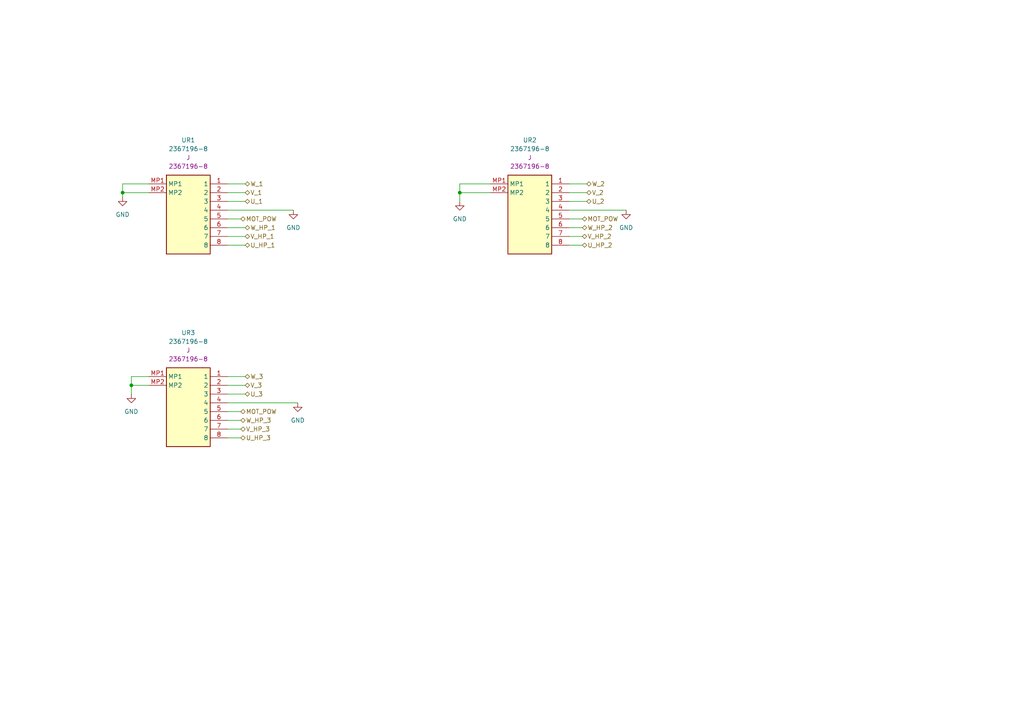
<source format=kicad_sch>
(kicad_sch (version 20211123) (generator eeschema)
  (paper "A4")
  (lib_symbols
    (symbol "2367196-8:2367196-8"
      (property "Value" "2367196-8" (at 0 0 0))
      (property "Reference_1" "J" (at 19.05 7.62 0))
      (property "Value_1" "2367196-8" (at 19.05 5.08 0))
      (symbol "2367196-8_1_1"
        (rectangle (start 5.08 2.54) (end 17.78 -20.32) (stroke (width 0.254)) (fill (type background)))
        (pin passive line (at 22.86 0 180) (length 5.08) (name "1") (number "1"))
        (pin passive line (at 22.86 -2.54 180) (length 5.08) (name "2") (number "2"))
        (pin passive line (at 22.86 -5.08 180) (length 5.08) (name "3") (number "3"))
        (pin passive line (at 22.86 -7.62 180) (length 5.08) (name "4") (number "4"))
        (pin passive line (at 22.86 -10.16 180) (length 5.08) (name "5") (number "5"))
        (pin passive line (at 22.86 -12.7 180) (length 5.08) (name "6") (number "6"))
        (pin passive line (at 22.86 -15.24 180) (length 5.08) (name "7") (number "7"))
        (pin passive line (at 22.86 -17.78 180) (length 5.08) (name "8") (number "8"))
        (pin passive line (at 0 0 0) (length 5.08) (name "MP1") (number "MP1"))
        (pin passive line (at 0 -2.54 0) (length 5.08) (name "MP2") (number "MP2"))
      )
    )
    (symbol "power:GND" (power) (pin_names (offset 0))
      (property "Value" "GND" (at 0 -3.81 0))
      (symbol "GND_0_1"
        (polyline (pts (xy 0 0) (xy 0 -1.27) (xy 1.27 -1.27) (xy 0 -2.54) (xy -1.27 -1.27) (xy 0 -1.27)))
      )
      (symbol "GND_1_1"
        (pin power_in line (at 0 0 270) (length 0) hide (name "GND") (number "1"))
      )
    )
  )
  (junction (at 133.35 55.88))
  (junction (at 35.56 55.88))
  (junction (at 38.1 111.76))
  (wire (pts (xy 165.1 58.42) (xy 170.18 58.42)))
  (wire (pts (xy 142.24 53.34) (xy 133.35 53.34)))
  (wire (pts (xy 165.1 71.12) (xy 168.91 71.12)))
  (wire (pts (xy 66.04 55.88) (xy 71.12 55.88)))
  (wire (pts (xy 66.04 58.42) (xy 71.12 58.42)))
  (wire (pts (xy 66.04 71.12) (xy 71.12 71.12)))
  (wire (pts (xy 66.04 53.34) (xy 71.12 53.34)))
  (wire (pts (xy 133.35 55.88) (xy 142.24 55.88)))
  (wire (pts (xy 66.04 119.38) (xy 69.85 119.38)))
  (wire (pts (xy 165.1 55.88) (xy 170.18 55.88)))
  (wire (pts (xy 66.04 66.04) (xy 71.12 66.04)))
  (wire (pts (xy 133.35 53.34) (xy 133.35 55.88)))
  (wire (pts (xy 133.35 55.88) (xy 133.35 58.42)))
  (wire (pts (xy 35.56 55.88) (xy 35.56 57.15)))
  (wire (pts (xy 38.1 111.76) (xy 38.1 114.3)))
  (wire (pts (xy 43.18 109.22) (xy 38.1 109.22)))
  (wire (pts (xy 165.1 66.04) (xy 168.91 66.04)))
  (wire (pts (xy 66.04 114.3) (xy 71.12 114.3)))
  (wire (pts (xy 38.1 109.22) (xy 38.1 111.76)))
  (wire (pts (xy 43.18 53.34) (xy 35.56 53.34)))
  (wire (pts (xy 165.1 68.58) (xy 168.91 68.58)))
  (wire (pts (xy 66.04 109.22) (xy 71.12 109.22)))
  (wire (pts (xy 38.1 111.76) (xy 43.18 111.76)))
  (wire (pts (xy 66.04 63.5) (xy 69.85 63.5)))
  (wire (pts (xy 66.04 111.76) (xy 71.12 111.76)))
  (wire (pts (xy 66.04 116.84) (xy 86.36 116.84)))
  (wire (pts (xy 66.04 121.92) (xy 69.85 121.92)))
  (wire (pts (xy 165.1 60.96) (xy 181.61 60.96)))
  (wire (pts (xy 66.04 127) (xy 69.85 127)))
  (wire (pts (xy 66.04 68.58) (xy 71.12 68.58)))
  (wire (pts (xy 66.04 60.96) (xy 85.09 60.96)))
  (wire (pts (xy 165.1 63.5) (xy 168.91 63.5)))
  (wire (pts (xy 165.1 53.34) (xy 170.18 53.34)))
  (wire (pts (xy 35.56 53.34) (xy 35.56 55.88)))
  (wire (pts (xy 43.18 55.88) (xy 35.56 55.88)))
  (wire (pts (xy 66.04 124.46) (xy 69.85 124.46)))
  (hierarchical_label "U_1" (shape bidirectional) (at 71.12 58.42 0))
  (hierarchical_label "V_2" (shape bidirectional) (at 170.18 55.88 0))
  (hierarchical_label "U_HP_3" (shape bidirectional) (at 69.85 127 0))
  (hierarchical_label "W_1" (shape bidirectional) (at 71.12 53.34 0))
  (hierarchical_label "V_HP_1" (shape bidirectional) (at 71.12 68.58 0))
  (hierarchical_label "MOT_POW" (shape bidirectional) (at 69.85 63.5 0))
  (hierarchical_label "W_2" (shape bidirectional) (at 170.18 53.34 0))
  (hierarchical_label "V_1" (shape bidirectional) (at 71.12 55.88 0))
  (hierarchical_label "U_3" (shape bidirectional) (at 71.12 114.3 0))
  (hierarchical_label "W_3" (shape bidirectional) (at 71.12 109.22 0))
  (hierarchical_label "W_HP_1" (shape bidirectional) (at 71.12 66.04 0))
  (hierarchical_label "MOT_POW" (shape bidirectional) (at 168.91 63.5 0))
  (hierarchical_label "V_HP_3" (shape bidirectional) (at 69.85 124.46 0))
  (hierarchical_label "MOT_POW" (shape bidirectional) (at 69.85 119.38 0))
  (hierarchical_label "U_HP_1" (shape bidirectional) (at 71.12 71.12 0))
  (hierarchical_label "U_HP_2" (shape bidirectional) (at 168.91 71.12 0))
  (hierarchical_label "V_3" (shape bidirectional) (at 71.12 111.76 0))
  (hierarchical_label "W_HP_2" (shape bidirectional) (at 168.91 66.04 0))
  (hierarchical_label "W_HP_3" (shape bidirectional) (at 69.85 121.92 0))
  (hierarchical_label "U_2" (shape bidirectional) (at 170.18 58.42 0))
  (hierarchical_label "V_HP_2" (shape bidirectional) (at 168.91 68.58 0))
  (symbol (lib_id "2367196-8:2367196-8") (at 43.18 53.34 0) (unit 1)
    (property "Reference" "UR1" (at 54.61 40.64 0))
    (property "Value" "2367196-8" (at 54.61 43.18 0))
    (property "Reference_1" "J" (at 54.61 45.72 0))
    (property "Value_1" "2367196-8" (at 54.61 48.26 0))
    (property "Footprint_1" "23671968" (effects hide))
    (property "Datasheet_1" "https://www.te.com/commerce/DocumentDelivery/DDEController?Action=showdoc&DocId=Customer+Drawing%7F2367196%7FA%7Fpdf%7FEnglish%7FENG_CD_2367196_A.pdf%7F2367196-8" (effects hide))
    (property "Height" "3.25" (effects hide))
    (property "Mouser Part Number" "571-2367196-8" (effects hide))
    (property "Mouser Price/Stock" "https://www.mouser.co.uk/ProductDetail/TE-Connectivity/2367196-8?qs=sPbYRqrBIVndDqCjm2TjhA%3D%3D" (effects hide))
    (property "Manufacturer_Name" "TE Connectivity" (effects hide))
    (property "Manufacturer_Part_Number" "2367196-8" (effects hide))
  )
  (symbol (lib_id "power:GND") (at 85.09 60.96 0) (unit 1)
    (property "Reference" "#PWR?" (effects hide))
    (property "Value" "GND" (at 85.09 66.04 0))
  )
  (symbol (lib_id "power:GND") (at 181.61 60.96 0) (unit 1)
    (property "Reference" "#PWR?" (effects hide))
    (property "Value" "GND" (at 181.61 66.04 0))
  )
  (symbol (lib_id "power:GND") (at 86.36 116.84 0) (unit 1)
    (property "Reference" "#PWR?" (effects hide))
    (property "Value" "GND" (at 86.36 121.92 0))
  )
  (symbol (lib_id "power:GND") (at 35.56 57.15 0) (unit 1)
    (property "Reference" "#PWR?" (effects hide))
    (property "Value" "GND" (at 35.56 62.23 0))
  )
  (symbol (lib_id "2367196-8:2367196-8") (at 43.18 109.22 0) (unit 1)
    (property "Reference" "UR3" (at 54.61 96.52 0))
    (property "Value" "2367196-8" (at 54.61 99.06 0))
    (property "Reference_1" "J" (at 54.61 101.6 0))
    (property "Value_1" "2367196-8" (at 54.61 104.14 0))
    (property "Footprint_1" "23671968" (effects hide))
    (property "Datasheet_1" "https://www.te.com/commerce/DocumentDelivery/DDEController?Action=showdoc&DocId=Customer+Drawing%7F2367196%7FA%7Fpdf%7FEnglish%7FENG_CD_2367196_A.pdf%7F2367196-8" (effects hide))
    (property "Height" "3.25" (effects hide))
    (property "Mouser Part Number" "571-2367196-8" (effects hide))
    (property "Mouser Price/Stock" "https://www.mouser.co.uk/ProductDetail/TE-Connectivity/2367196-8?qs=sPbYRqrBIVndDqCjm2TjhA%3D%3D" (effects hide))
    (property "Manufacturer_Name" "TE Connectivity" (effects hide))
    (property "Manufacturer_Part_Number" "2367196-8" (effects hide))
  )
  (symbol (lib_id "power:GND") (at 38.1 114.3 0) (unit 1)
    (property "Reference" "#PWR?" (effects hide))
    (property "Value" "GND" (at 38.1 119.38 0))
  )
  (symbol (lib_id "power:GND") (at 133.35 58.42 0) (unit 1)
    (property "Reference" "#PWR?" (effects hide))
    (property "Value" "GND" (at 133.35 63.5 0))
  )
  (symbol (lib_id "2367196-8:2367196-8") (at 142.24 53.34 0) (unit 1)
    (property "Reference" "UR2" (at 153.67 40.64 0))
    (property "Value" "2367196-8" (at 153.67 43.18 0))
    (property "Reference_1" "J" (at 153.67 45.72 0))
    (property "Value_1" "2367196-8" (at 153.67 48.26 0))
    (property "Footprint_1" "23671968" (effects hide))
    (property "Datasheet_1" "https://www.te.com/commerce/DocumentDelivery/DDEController?Action=showdoc&DocId=Customer+Drawing%7F2367196%7FA%7Fpdf%7FEnglish%7FENG_CD_2367196_A.pdf%7F2367196-8" (effects hide))
    (property "Height" "3.25" (effects hide))
    (property "Mouser Part Number" "571-2367196-8" (effects hide))
    (property "Mouser Price/Stock" "https://www.mouser.co.uk/ProductDetail/TE-Connectivity/2367196-8?qs=sPbYRqrBIVndDqCjm2TjhA%3D%3D" (effects hide))
    (property "Manufacturer_Name" "TE Connectivity" (effects hide))
    (property "Manufacturer_Part_Number" "2367196-8" (effects hide))
  )
)
</source>
